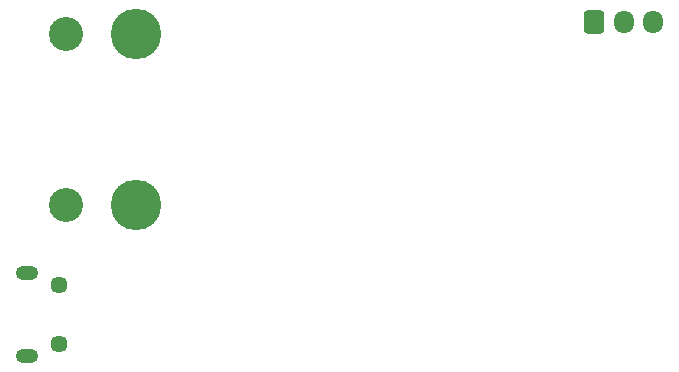
<source format=gbr>
%TF.GenerationSoftware,KiCad,Pcbnew,(6.0.8)*%
%TF.CreationDate,2023-04-08T14:06:51-07:00*%
%TF.ProjectId,TvMux,54764d75-782e-46b6-9963-61645f706362,rev?*%
%TF.SameCoordinates,Original*%
%TF.FileFunction,Soldermask,Bot*%
%TF.FilePolarity,Negative*%
%FSLAX46Y46*%
G04 Gerber Fmt 4.6, Leading zero omitted, Abs format (unit mm)*
G04 Created by KiCad (PCBNEW (6.0.8)) date 2023-04-08 14:06:51*
%MOMM*%
%LPD*%
G01*
G04 APERTURE LIST*
G04 Aperture macros list*
%AMRoundRect*
0 Rectangle with rounded corners*
0 $1 Rounding radius*
0 $2 $3 $4 $5 $6 $7 $8 $9 X,Y pos of 4 corners*
0 Add a 4 corners polygon primitive as box body*
4,1,4,$2,$3,$4,$5,$6,$7,$8,$9,$2,$3,0*
0 Add four circle primitives for the rounded corners*
1,1,$1+$1,$2,$3*
1,1,$1+$1,$4,$5*
1,1,$1+$1,$6,$7*
1,1,$1+$1,$8,$9*
0 Add four rect primitives between the rounded corners*
20,1,$1+$1,$2,$3,$4,$5,0*
20,1,$1+$1,$4,$5,$6,$7,0*
20,1,$1+$1,$6,$7,$8,$9,0*
20,1,$1+$1,$8,$9,$2,$3,0*%
G04 Aperture macros list end*
%ADD10C,4.275000*%
%ADD11C,2.880000*%
%ADD12RoundRect,0.250000X-0.600000X-0.725000X0.600000X-0.725000X0.600000X0.725000X-0.600000X0.725000X0*%
%ADD13O,1.700000X1.950000*%
%ADD14C,1.450000*%
%ADD15O,1.900000X1.200000*%
G04 APERTURE END LIST*
D10*
%TO.C,J1*%
X125725000Y-77750000D03*
X125725000Y-92250000D03*
D11*
X119765000Y-77750000D03*
X119765000Y-92250000D03*
%TD*%
D12*
%TO.C,J2*%
X164500000Y-76725000D03*
D13*
X167000000Y-76725000D03*
X169500000Y-76725000D03*
%TD*%
D14*
%TO.C,J3*%
X119212500Y-104000000D03*
D15*
X116512500Y-105000000D03*
X116512500Y-98000000D03*
D14*
X119212500Y-99000000D03*
%TD*%
M02*

</source>
